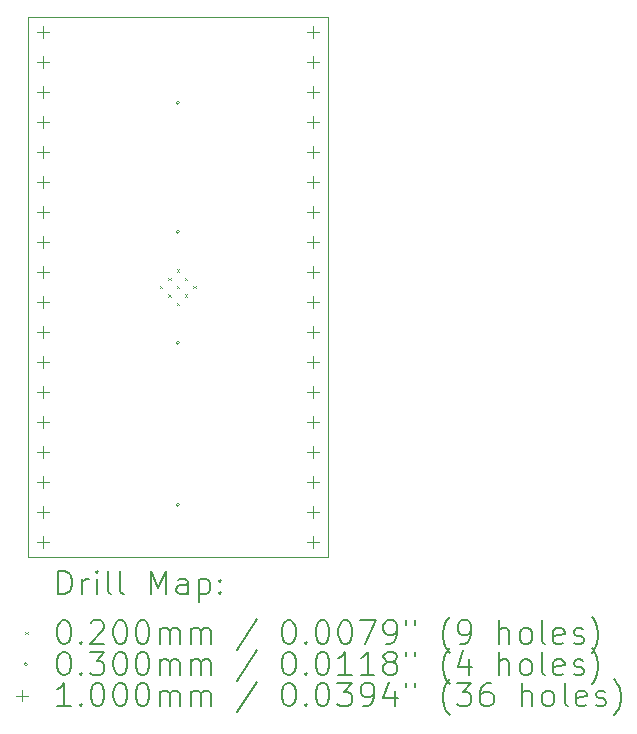
<source format=gbr>
%TF.GenerationSoftware,KiCad,Pcbnew,9.0.6*%
%TF.CreationDate,2026-01-02T20:46:09-06:00*%
%TF.ProjectId,QFN-32_5x5_P0.5,51464e2d-3332-45f3-9578-355f50302e35,rev?*%
%TF.SameCoordinates,Original*%
%TF.FileFunction,Drillmap*%
%TF.FilePolarity,Positive*%
%FSLAX45Y45*%
G04 Gerber Fmt 4.5, Leading zero omitted, Abs format (unit mm)*
G04 Created by KiCad (PCBNEW 9.0.6) date 2026-01-02 20:46:09*
%MOMM*%
%LPD*%
G01*
G04 APERTURE LIST*
%ADD10C,0.050000*%
%ADD11C,0.200000*%
%ADD12C,0.100000*%
G04 APERTURE END LIST*
D10*
X12573000Y-9779000D02*
X15113000Y-9779000D01*
X15113000Y-14351000D01*
X12573000Y-14351000D01*
X12573000Y-9779000D01*
D11*
D12*
X13691579Y-12055000D02*
X13711579Y-12075000D01*
X13711579Y-12055000D02*
X13691579Y-12075000D01*
X13762289Y-11984289D02*
X13782289Y-12004289D01*
X13782289Y-11984289D02*
X13762289Y-12004289D01*
X13762289Y-12125711D02*
X13782289Y-12145711D01*
X13782289Y-12125711D02*
X13762289Y-12145711D01*
X13833000Y-11913579D02*
X13853000Y-11933579D01*
X13853000Y-11913579D02*
X13833000Y-11933579D01*
X13833000Y-12055000D02*
X13853000Y-12075000D01*
X13853000Y-12055000D02*
X13833000Y-12075000D01*
X13833000Y-12196421D02*
X13853000Y-12216421D01*
X13853000Y-12196421D02*
X13833000Y-12216421D01*
X13903711Y-11984289D02*
X13923711Y-12004289D01*
X13923711Y-11984289D02*
X13903711Y-12004289D01*
X13903711Y-12125711D02*
X13923711Y-12145711D01*
X13923711Y-12125711D02*
X13903711Y-12145711D01*
X13974421Y-12055000D02*
X13994421Y-12075000D01*
X13994421Y-12055000D02*
X13974421Y-12075000D01*
X13858000Y-10502900D02*
G75*
G02*
X13828000Y-10502900I-15000J0D01*
G01*
X13828000Y-10502900D02*
G75*
G02*
X13858000Y-10502900I15000J0D01*
G01*
X13858000Y-11595100D02*
G75*
G02*
X13828000Y-11595100I-15000J0D01*
G01*
X13828000Y-11595100D02*
G75*
G02*
X13858000Y-11595100I15000J0D01*
G01*
X13858000Y-12534900D02*
G75*
G02*
X13828000Y-12534900I-15000J0D01*
G01*
X13828000Y-12534900D02*
G75*
G02*
X13858000Y-12534900I15000J0D01*
G01*
X13858000Y-13906500D02*
G75*
G02*
X13828000Y-13906500I-15000J0D01*
G01*
X13828000Y-13906500D02*
G75*
G02*
X13858000Y-13906500I15000J0D01*
G01*
X12700000Y-9856164D02*
X12700000Y-9956164D01*
X12650000Y-9906164D02*
X12750000Y-9906164D01*
X12700000Y-10110164D02*
X12700000Y-10210164D01*
X12650000Y-10160164D02*
X12750000Y-10160164D01*
X12700000Y-10364164D02*
X12700000Y-10464164D01*
X12650000Y-10414164D02*
X12750000Y-10414164D01*
X12700000Y-10618164D02*
X12700000Y-10718164D01*
X12650000Y-10668164D02*
X12750000Y-10668164D01*
X12700000Y-10872164D02*
X12700000Y-10972164D01*
X12650000Y-10922164D02*
X12750000Y-10922164D01*
X12700000Y-11126164D02*
X12700000Y-11226164D01*
X12650000Y-11176164D02*
X12750000Y-11176164D01*
X12700000Y-11380164D02*
X12700000Y-11480164D01*
X12650000Y-11430164D02*
X12750000Y-11430164D01*
X12700000Y-11634164D02*
X12700000Y-11734164D01*
X12650000Y-11684164D02*
X12750000Y-11684164D01*
X12700000Y-11888164D02*
X12700000Y-11988164D01*
X12650000Y-11938164D02*
X12750000Y-11938164D01*
X12700000Y-12142164D02*
X12700000Y-12242164D01*
X12650000Y-12192164D02*
X12750000Y-12192164D01*
X12700000Y-12396164D02*
X12700000Y-12496164D01*
X12650000Y-12446164D02*
X12750000Y-12446164D01*
X12700000Y-12650164D02*
X12700000Y-12750164D01*
X12650000Y-12700164D02*
X12750000Y-12700164D01*
X12700000Y-12904164D02*
X12700000Y-13004164D01*
X12650000Y-12954164D02*
X12750000Y-12954164D01*
X12700000Y-13158164D02*
X12700000Y-13258164D01*
X12650000Y-13208164D02*
X12750000Y-13208164D01*
X12700000Y-13412164D02*
X12700000Y-13512164D01*
X12650000Y-13462164D02*
X12750000Y-13462164D01*
X12700000Y-13666164D02*
X12700000Y-13766164D01*
X12650000Y-13716164D02*
X12750000Y-13716164D01*
X12700000Y-13920164D02*
X12700000Y-14020164D01*
X12650000Y-13970164D02*
X12750000Y-13970164D01*
X12700000Y-14174164D02*
X12700000Y-14274164D01*
X12650000Y-14224164D02*
X12750000Y-14224164D01*
X14986000Y-9856164D02*
X14986000Y-9956164D01*
X14936000Y-9906164D02*
X15036000Y-9906164D01*
X14986000Y-10110164D02*
X14986000Y-10210164D01*
X14936000Y-10160164D02*
X15036000Y-10160164D01*
X14986000Y-10364164D02*
X14986000Y-10464164D01*
X14936000Y-10414164D02*
X15036000Y-10414164D01*
X14986000Y-10618164D02*
X14986000Y-10718164D01*
X14936000Y-10668164D02*
X15036000Y-10668164D01*
X14986000Y-10872164D02*
X14986000Y-10972164D01*
X14936000Y-10922164D02*
X15036000Y-10922164D01*
X14986000Y-11126164D02*
X14986000Y-11226164D01*
X14936000Y-11176164D02*
X15036000Y-11176164D01*
X14986000Y-11380164D02*
X14986000Y-11480164D01*
X14936000Y-11430164D02*
X15036000Y-11430164D01*
X14986000Y-11634164D02*
X14986000Y-11734164D01*
X14936000Y-11684164D02*
X15036000Y-11684164D01*
X14986000Y-11888164D02*
X14986000Y-11988164D01*
X14936000Y-11938164D02*
X15036000Y-11938164D01*
X14986000Y-12142164D02*
X14986000Y-12242164D01*
X14936000Y-12192164D02*
X15036000Y-12192164D01*
X14986000Y-12396164D02*
X14986000Y-12496164D01*
X14936000Y-12446164D02*
X15036000Y-12446164D01*
X14986000Y-12650164D02*
X14986000Y-12750164D01*
X14936000Y-12700164D02*
X15036000Y-12700164D01*
X14986000Y-12904164D02*
X14986000Y-13004164D01*
X14936000Y-12954164D02*
X15036000Y-12954164D01*
X14986000Y-13158164D02*
X14986000Y-13258164D01*
X14936000Y-13208164D02*
X15036000Y-13208164D01*
X14986000Y-13412164D02*
X14986000Y-13512164D01*
X14936000Y-13462164D02*
X15036000Y-13462164D01*
X14986000Y-13666164D02*
X14986000Y-13766164D01*
X14936000Y-13716164D02*
X15036000Y-13716164D01*
X14986000Y-13920164D02*
X14986000Y-14020164D01*
X14936000Y-13970164D02*
X15036000Y-13970164D01*
X14986000Y-14174164D02*
X14986000Y-14274164D01*
X14936000Y-14224164D02*
X15036000Y-14224164D01*
D11*
X12831277Y-14664984D02*
X12831277Y-14464984D01*
X12831277Y-14464984D02*
X12878896Y-14464984D01*
X12878896Y-14464984D02*
X12907467Y-14474508D01*
X12907467Y-14474508D02*
X12926515Y-14493555D01*
X12926515Y-14493555D02*
X12936039Y-14512603D01*
X12936039Y-14512603D02*
X12945562Y-14550698D01*
X12945562Y-14550698D02*
X12945562Y-14579269D01*
X12945562Y-14579269D02*
X12936039Y-14617365D01*
X12936039Y-14617365D02*
X12926515Y-14636412D01*
X12926515Y-14636412D02*
X12907467Y-14655460D01*
X12907467Y-14655460D02*
X12878896Y-14664984D01*
X12878896Y-14664984D02*
X12831277Y-14664984D01*
X13031277Y-14664984D02*
X13031277Y-14531650D01*
X13031277Y-14569746D02*
X13040801Y-14550698D01*
X13040801Y-14550698D02*
X13050324Y-14541174D01*
X13050324Y-14541174D02*
X13069372Y-14531650D01*
X13069372Y-14531650D02*
X13088420Y-14531650D01*
X13155086Y-14664984D02*
X13155086Y-14531650D01*
X13155086Y-14464984D02*
X13145562Y-14474508D01*
X13145562Y-14474508D02*
X13155086Y-14484031D01*
X13155086Y-14484031D02*
X13164610Y-14474508D01*
X13164610Y-14474508D02*
X13155086Y-14464984D01*
X13155086Y-14464984D02*
X13155086Y-14484031D01*
X13278896Y-14664984D02*
X13259848Y-14655460D01*
X13259848Y-14655460D02*
X13250324Y-14636412D01*
X13250324Y-14636412D02*
X13250324Y-14464984D01*
X13383658Y-14664984D02*
X13364610Y-14655460D01*
X13364610Y-14655460D02*
X13355086Y-14636412D01*
X13355086Y-14636412D02*
X13355086Y-14464984D01*
X13612229Y-14664984D02*
X13612229Y-14464984D01*
X13612229Y-14464984D02*
X13678896Y-14607841D01*
X13678896Y-14607841D02*
X13745562Y-14464984D01*
X13745562Y-14464984D02*
X13745562Y-14664984D01*
X13926515Y-14664984D02*
X13926515Y-14560222D01*
X13926515Y-14560222D02*
X13916991Y-14541174D01*
X13916991Y-14541174D02*
X13897943Y-14531650D01*
X13897943Y-14531650D02*
X13859848Y-14531650D01*
X13859848Y-14531650D02*
X13840801Y-14541174D01*
X13926515Y-14655460D02*
X13907467Y-14664984D01*
X13907467Y-14664984D02*
X13859848Y-14664984D01*
X13859848Y-14664984D02*
X13840801Y-14655460D01*
X13840801Y-14655460D02*
X13831277Y-14636412D01*
X13831277Y-14636412D02*
X13831277Y-14617365D01*
X13831277Y-14617365D02*
X13840801Y-14598317D01*
X13840801Y-14598317D02*
X13859848Y-14588793D01*
X13859848Y-14588793D02*
X13907467Y-14588793D01*
X13907467Y-14588793D02*
X13926515Y-14579269D01*
X14021753Y-14531650D02*
X14021753Y-14731650D01*
X14021753Y-14541174D02*
X14040801Y-14531650D01*
X14040801Y-14531650D02*
X14078896Y-14531650D01*
X14078896Y-14531650D02*
X14097943Y-14541174D01*
X14097943Y-14541174D02*
X14107467Y-14550698D01*
X14107467Y-14550698D02*
X14116991Y-14569746D01*
X14116991Y-14569746D02*
X14116991Y-14626888D01*
X14116991Y-14626888D02*
X14107467Y-14645936D01*
X14107467Y-14645936D02*
X14097943Y-14655460D01*
X14097943Y-14655460D02*
X14078896Y-14664984D01*
X14078896Y-14664984D02*
X14040801Y-14664984D01*
X14040801Y-14664984D02*
X14021753Y-14655460D01*
X14202705Y-14645936D02*
X14212229Y-14655460D01*
X14212229Y-14655460D02*
X14202705Y-14664984D01*
X14202705Y-14664984D02*
X14193182Y-14655460D01*
X14193182Y-14655460D02*
X14202705Y-14645936D01*
X14202705Y-14645936D02*
X14202705Y-14664984D01*
X14202705Y-14541174D02*
X14212229Y-14550698D01*
X14212229Y-14550698D02*
X14202705Y-14560222D01*
X14202705Y-14560222D02*
X14193182Y-14550698D01*
X14193182Y-14550698D02*
X14202705Y-14541174D01*
X14202705Y-14541174D02*
X14202705Y-14560222D01*
D12*
X12550500Y-14983500D02*
X12570500Y-15003500D01*
X12570500Y-14983500D02*
X12550500Y-15003500D01*
D11*
X12869372Y-14884984D02*
X12888420Y-14884984D01*
X12888420Y-14884984D02*
X12907467Y-14894508D01*
X12907467Y-14894508D02*
X12916991Y-14904031D01*
X12916991Y-14904031D02*
X12926515Y-14923079D01*
X12926515Y-14923079D02*
X12936039Y-14961174D01*
X12936039Y-14961174D02*
X12936039Y-15008793D01*
X12936039Y-15008793D02*
X12926515Y-15046888D01*
X12926515Y-15046888D02*
X12916991Y-15065936D01*
X12916991Y-15065936D02*
X12907467Y-15075460D01*
X12907467Y-15075460D02*
X12888420Y-15084984D01*
X12888420Y-15084984D02*
X12869372Y-15084984D01*
X12869372Y-15084984D02*
X12850324Y-15075460D01*
X12850324Y-15075460D02*
X12840801Y-15065936D01*
X12840801Y-15065936D02*
X12831277Y-15046888D01*
X12831277Y-15046888D02*
X12821753Y-15008793D01*
X12821753Y-15008793D02*
X12821753Y-14961174D01*
X12821753Y-14961174D02*
X12831277Y-14923079D01*
X12831277Y-14923079D02*
X12840801Y-14904031D01*
X12840801Y-14904031D02*
X12850324Y-14894508D01*
X12850324Y-14894508D02*
X12869372Y-14884984D01*
X13021753Y-15065936D02*
X13031277Y-15075460D01*
X13031277Y-15075460D02*
X13021753Y-15084984D01*
X13021753Y-15084984D02*
X13012229Y-15075460D01*
X13012229Y-15075460D02*
X13021753Y-15065936D01*
X13021753Y-15065936D02*
X13021753Y-15084984D01*
X13107467Y-14904031D02*
X13116991Y-14894508D01*
X13116991Y-14894508D02*
X13136039Y-14884984D01*
X13136039Y-14884984D02*
X13183658Y-14884984D01*
X13183658Y-14884984D02*
X13202705Y-14894508D01*
X13202705Y-14894508D02*
X13212229Y-14904031D01*
X13212229Y-14904031D02*
X13221753Y-14923079D01*
X13221753Y-14923079D02*
X13221753Y-14942127D01*
X13221753Y-14942127D02*
X13212229Y-14970698D01*
X13212229Y-14970698D02*
X13097943Y-15084984D01*
X13097943Y-15084984D02*
X13221753Y-15084984D01*
X13345562Y-14884984D02*
X13364610Y-14884984D01*
X13364610Y-14884984D02*
X13383658Y-14894508D01*
X13383658Y-14894508D02*
X13393182Y-14904031D01*
X13393182Y-14904031D02*
X13402705Y-14923079D01*
X13402705Y-14923079D02*
X13412229Y-14961174D01*
X13412229Y-14961174D02*
X13412229Y-15008793D01*
X13412229Y-15008793D02*
X13402705Y-15046888D01*
X13402705Y-15046888D02*
X13393182Y-15065936D01*
X13393182Y-15065936D02*
X13383658Y-15075460D01*
X13383658Y-15075460D02*
X13364610Y-15084984D01*
X13364610Y-15084984D02*
X13345562Y-15084984D01*
X13345562Y-15084984D02*
X13326515Y-15075460D01*
X13326515Y-15075460D02*
X13316991Y-15065936D01*
X13316991Y-15065936D02*
X13307467Y-15046888D01*
X13307467Y-15046888D02*
X13297943Y-15008793D01*
X13297943Y-15008793D02*
X13297943Y-14961174D01*
X13297943Y-14961174D02*
X13307467Y-14923079D01*
X13307467Y-14923079D02*
X13316991Y-14904031D01*
X13316991Y-14904031D02*
X13326515Y-14894508D01*
X13326515Y-14894508D02*
X13345562Y-14884984D01*
X13536039Y-14884984D02*
X13555086Y-14884984D01*
X13555086Y-14884984D02*
X13574134Y-14894508D01*
X13574134Y-14894508D02*
X13583658Y-14904031D01*
X13583658Y-14904031D02*
X13593182Y-14923079D01*
X13593182Y-14923079D02*
X13602705Y-14961174D01*
X13602705Y-14961174D02*
X13602705Y-15008793D01*
X13602705Y-15008793D02*
X13593182Y-15046888D01*
X13593182Y-15046888D02*
X13583658Y-15065936D01*
X13583658Y-15065936D02*
X13574134Y-15075460D01*
X13574134Y-15075460D02*
X13555086Y-15084984D01*
X13555086Y-15084984D02*
X13536039Y-15084984D01*
X13536039Y-15084984D02*
X13516991Y-15075460D01*
X13516991Y-15075460D02*
X13507467Y-15065936D01*
X13507467Y-15065936D02*
X13497943Y-15046888D01*
X13497943Y-15046888D02*
X13488420Y-15008793D01*
X13488420Y-15008793D02*
X13488420Y-14961174D01*
X13488420Y-14961174D02*
X13497943Y-14923079D01*
X13497943Y-14923079D02*
X13507467Y-14904031D01*
X13507467Y-14904031D02*
X13516991Y-14894508D01*
X13516991Y-14894508D02*
X13536039Y-14884984D01*
X13688420Y-15084984D02*
X13688420Y-14951650D01*
X13688420Y-14970698D02*
X13697943Y-14961174D01*
X13697943Y-14961174D02*
X13716991Y-14951650D01*
X13716991Y-14951650D02*
X13745563Y-14951650D01*
X13745563Y-14951650D02*
X13764610Y-14961174D01*
X13764610Y-14961174D02*
X13774134Y-14980222D01*
X13774134Y-14980222D02*
X13774134Y-15084984D01*
X13774134Y-14980222D02*
X13783658Y-14961174D01*
X13783658Y-14961174D02*
X13802705Y-14951650D01*
X13802705Y-14951650D02*
X13831277Y-14951650D01*
X13831277Y-14951650D02*
X13850324Y-14961174D01*
X13850324Y-14961174D02*
X13859848Y-14980222D01*
X13859848Y-14980222D02*
X13859848Y-15084984D01*
X13955086Y-15084984D02*
X13955086Y-14951650D01*
X13955086Y-14970698D02*
X13964610Y-14961174D01*
X13964610Y-14961174D02*
X13983658Y-14951650D01*
X13983658Y-14951650D02*
X14012229Y-14951650D01*
X14012229Y-14951650D02*
X14031277Y-14961174D01*
X14031277Y-14961174D02*
X14040801Y-14980222D01*
X14040801Y-14980222D02*
X14040801Y-15084984D01*
X14040801Y-14980222D02*
X14050324Y-14961174D01*
X14050324Y-14961174D02*
X14069372Y-14951650D01*
X14069372Y-14951650D02*
X14097943Y-14951650D01*
X14097943Y-14951650D02*
X14116991Y-14961174D01*
X14116991Y-14961174D02*
X14126515Y-14980222D01*
X14126515Y-14980222D02*
X14126515Y-15084984D01*
X14516991Y-14875460D02*
X14345563Y-15132603D01*
X14774134Y-14884984D02*
X14793182Y-14884984D01*
X14793182Y-14884984D02*
X14812229Y-14894508D01*
X14812229Y-14894508D02*
X14821753Y-14904031D01*
X14821753Y-14904031D02*
X14831277Y-14923079D01*
X14831277Y-14923079D02*
X14840801Y-14961174D01*
X14840801Y-14961174D02*
X14840801Y-15008793D01*
X14840801Y-15008793D02*
X14831277Y-15046888D01*
X14831277Y-15046888D02*
X14821753Y-15065936D01*
X14821753Y-15065936D02*
X14812229Y-15075460D01*
X14812229Y-15075460D02*
X14793182Y-15084984D01*
X14793182Y-15084984D02*
X14774134Y-15084984D01*
X14774134Y-15084984D02*
X14755086Y-15075460D01*
X14755086Y-15075460D02*
X14745563Y-15065936D01*
X14745563Y-15065936D02*
X14736039Y-15046888D01*
X14736039Y-15046888D02*
X14726515Y-15008793D01*
X14726515Y-15008793D02*
X14726515Y-14961174D01*
X14726515Y-14961174D02*
X14736039Y-14923079D01*
X14736039Y-14923079D02*
X14745563Y-14904031D01*
X14745563Y-14904031D02*
X14755086Y-14894508D01*
X14755086Y-14894508D02*
X14774134Y-14884984D01*
X14926515Y-15065936D02*
X14936039Y-15075460D01*
X14936039Y-15075460D02*
X14926515Y-15084984D01*
X14926515Y-15084984D02*
X14916991Y-15075460D01*
X14916991Y-15075460D02*
X14926515Y-15065936D01*
X14926515Y-15065936D02*
X14926515Y-15084984D01*
X15059848Y-14884984D02*
X15078896Y-14884984D01*
X15078896Y-14884984D02*
X15097944Y-14894508D01*
X15097944Y-14894508D02*
X15107467Y-14904031D01*
X15107467Y-14904031D02*
X15116991Y-14923079D01*
X15116991Y-14923079D02*
X15126515Y-14961174D01*
X15126515Y-14961174D02*
X15126515Y-15008793D01*
X15126515Y-15008793D02*
X15116991Y-15046888D01*
X15116991Y-15046888D02*
X15107467Y-15065936D01*
X15107467Y-15065936D02*
X15097944Y-15075460D01*
X15097944Y-15075460D02*
X15078896Y-15084984D01*
X15078896Y-15084984D02*
X15059848Y-15084984D01*
X15059848Y-15084984D02*
X15040801Y-15075460D01*
X15040801Y-15075460D02*
X15031277Y-15065936D01*
X15031277Y-15065936D02*
X15021753Y-15046888D01*
X15021753Y-15046888D02*
X15012229Y-15008793D01*
X15012229Y-15008793D02*
X15012229Y-14961174D01*
X15012229Y-14961174D02*
X15021753Y-14923079D01*
X15021753Y-14923079D02*
X15031277Y-14904031D01*
X15031277Y-14904031D02*
X15040801Y-14894508D01*
X15040801Y-14894508D02*
X15059848Y-14884984D01*
X15250325Y-14884984D02*
X15269372Y-14884984D01*
X15269372Y-14884984D02*
X15288420Y-14894508D01*
X15288420Y-14894508D02*
X15297944Y-14904031D01*
X15297944Y-14904031D02*
X15307467Y-14923079D01*
X15307467Y-14923079D02*
X15316991Y-14961174D01*
X15316991Y-14961174D02*
X15316991Y-15008793D01*
X15316991Y-15008793D02*
X15307467Y-15046888D01*
X15307467Y-15046888D02*
X15297944Y-15065936D01*
X15297944Y-15065936D02*
X15288420Y-15075460D01*
X15288420Y-15075460D02*
X15269372Y-15084984D01*
X15269372Y-15084984D02*
X15250325Y-15084984D01*
X15250325Y-15084984D02*
X15231277Y-15075460D01*
X15231277Y-15075460D02*
X15221753Y-15065936D01*
X15221753Y-15065936D02*
X15212229Y-15046888D01*
X15212229Y-15046888D02*
X15202706Y-15008793D01*
X15202706Y-15008793D02*
X15202706Y-14961174D01*
X15202706Y-14961174D02*
X15212229Y-14923079D01*
X15212229Y-14923079D02*
X15221753Y-14904031D01*
X15221753Y-14904031D02*
X15231277Y-14894508D01*
X15231277Y-14894508D02*
X15250325Y-14884984D01*
X15383658Y-14884984D02*
X15516991Y-14884984D01*
X15516991Y-14884984D02*
X15431277Y-15084984D01*
X15602706Y-15084984D02*
X15640801Y-15084984D01*
X15640801Y-15084984D02*
X15659848Y-15075460D01*
X15659848Y-15075460D02*
X15669372Y-15065936D01*
X15669372Y-15065936D02*
X15688420Y-15037365D01*
X15688420Y-15037365D02*
X15697944Y-14999269D01*
X15697944Y-14999269D02*
X15697944Y-14923079D01*
X15697944Y-14923079D02*
X15688420Y-14904031D01*
X15688420Y-14904031D02*
X15678896Y-14894508D01*
X15678896Y-14894508D02*
X15659848Y-14884984D01*
X15659848Y-14884984D02*
X15621753Y-14884984D01*
X15621753Y-14884984D02*
X15602706Y-14894508D01*
X15602706Y-14894508D02*
X15593182Y-14904031D01*
X15593182Y-14904031D02*
X15583658Y-14923079D01*
X15583658Y-14923079D02*
X15583658Y-14970698D01*
X15583658Y-14970698D02*
X15593182Y-14989746D01*
X15593182Y-14989746D02*
X15602706Y-14999269D01*
X15602706Y-14999269D02*
X15621753Y-15008793D01*
X15621753Y-15008793D02*
X15659848Y-15008793D01*
X15659848Y-15008793D02*
X15678896Y-14999269D01*
X15678896Y-14999269D02*
X15688420Y-14989746D01*
X15688420Y-14989746D02*
X15697944Y-14970698D01*
X15774134Y-14884984D02*
X15774134Y-14923079D01*
X15850325Y-14884984D02*
X15850325Y-14923079D01*
X16145563Y-15161174D02*
X16136039Y-15151650D01*
X16136039Y-15151650D02*
X16116991Y-15123079D01*
X16116991Y-15123079D02*
X16107468Y-15104031D01*
X16107468Y-15104031D02*
X16097944Y-15075460D01*
X16097944Y-15075460D02*
X16088420Y-15027841D01*
X16088420Y-15027841D02*
X16088420Y-14989746D01*
X16088420Y-14989746D02*
X16097944Y-14942127D01*
X16097944Y-14942127D02*
X16107468Y-14913555D01*
X16107468Y-14913555D02*
X16116991Y-14894508D01*
X16116991Y-14894508D02*
X16136039Y-14865936D01*
X16136039Y-14865936D02*
X16145563Y-14856412D01*
X16231277Y-15084984D02*
X16269372Y-15084984D01*
X16269372Y-15084984D02*
X16288420Y-15075460D01*
X16288420Y-15075460D02*
X16297944Y-15065936D01*
X16297944Y-15065936D02*
X16316991Y-15037365D01*
X16316991Y-15037365D02*
X16326515Y-14999269D01*
X16326515Y-14999269D02*
X16326515Y-14923079D01*
X16326515Y-14923079D02*
X16316991Y-14904031D01*
X16316991Y-14904031D02*
X16307468Y-14894508D01*
X16307468Y-14894508D02*
X16288420Y-14884984D01*
X16288420Y-14884984D02*
X16250325Y-14884984D01*
X16250325Y-14884984D02*
X16231277Y-14894508D01*
X16231277Y-14894508D02*
X16221753Y-14904031D01*
X16221753Y-14904031D02*
X16212229Y-14923079D01*
X16212229Y-14923079D02*
X16212229Y-14970698D01*
X16212229Y-14970698D02*
X16221753Y-14989746D01*
X16221753Y-14989746D02*
X16231277Y-14999269D01*
X16231277Y-14999269D02*
X16250325Y-15008793D01*
X16250325Y-15008793D02*
X16288420Y-15008793D01*
X16288420Y-15008793D02*
X16307468Y-14999269D01*
X16307468Y-14999269D02*
X16316991Y-14989746D01*
X16316991Y-14989746D02*
X16326515Y-14970698D01*
X16564610Y-15084984D02*
X16564610Y-14884984D01*
X16650325Y-15084984D02*
X16650325Y-14980222D01*
X16650325Y-14980222D02*
X16640801Y-14961174D01*
X16640801Y-14961174D02*
X16621753Y-14951650D01*
X16621753Y-14951650D02*
X16593182Y-14951650D01*
X16593182Y-14951650D02*
X16574134Y-14961174D01*
X16574134Y-14961174D02*
X16564610Y-14970698D01*
X16774134Y-15084984D02*
X16755087Y-15075460D01*
X16755087Y-15075460D02*
X16745563Y-15065936D01*
X16745563Y-15065936D02*
X16736039Y-15046888D01*
X16736039Y-15046888D02*
X16736039Y-14989746D01*
X16736039Y-14989746D02*
X16745563Y-14970698D01*
X16745563Y-14970698D02*
X16755087Y-14961174D01*
X16755087Y-14961174D02*
X16774134Y-14951650D01*
X16774134Y-14951650D02*
X16802706Y-14951650D01*
X16802706Y-14951650D02*
X16821753Y-14961174D01*
X16821753Y-14961174D02*
X16831277Y-14970698D01*
X16831277Y-14970698D02*
X16840801Y-14989746D01*
X16840801Y-14989746D02*
X16840801Y-15046888D01*
X16840801Y-15046888D02*
X16831277Y-15065936D01*
X16831277Y-15065936D02*
X16821753Y-15075460D01*
X16821753Y-15075460D02*
X16802706Y-15084984D01*
X16802706Y-15084984D02*
X16774134Y-15084984D01*
X16955087Y-15084984D02*
X16936039Y-15075460D01*
X16936039Y-15075460D02*
X16926515Y-15056412D01*
X16926515Y-15056412D02*
X16926515Y-14884984D01*
X17107468Y-15075460D02*
X17088420Y-15084984D01*
X17088420Y-15084984D02*
X17050325Y-15084984D01*
X17050325Y-15084984D02*
X17031277Y-15075460D01*
X17031277Y-15075460D02*
X17021753Y-15056412D01*
X17021753Y-15056412D02*
X17021753Y-14980222D01*
X17021753Y-14980222D02*
X17031277Y-14961174D01*
X17031277Y-14961174D02*
X17050325Y-14951650D01*
X17050325Y-14951650D02*
X17088420Y-14951650D01*
X17088420Y-14951650D02*
X17107468Y-14961174D01*
X17107468Y-14961174D02*
X17116992Y-14980222D01*
X17116992Y-14980222D02*
X17116992Y-14999269D01*
X17116992Y-14999269D02*
X17021753Y-15018317D01*
X17193182Y-15075460D02*
X17212230Y-15084984D01*
X17212230Y-15084984D02*
X17250325Y-15084984D01*
X17250325Y-15084984D02*
X17269373Y-15075460D01*
X17269373Y-15075460D02*
X17278896Y-15056412D01*
X17278896Y-15056412D02*
X17278896Y-15046888D01*
X17278896Y-15046888D02*
X17269373Y-15027841D01*
X17269373Y-15027841D02*
X17250325Y-15018317D01*
X17250325Y-15018317D02*
X17221753Y-15018317D01*
X17221753Y-15018317D02*
X17202706Y-15008793D01*
X17202706Y-15008793D02*
X17193182Y-14989746D01*
X17193182Y-14989746D02*
X17193182Y-14980222D01*
X17193182Y-14980222D02*
X17202706Y-14961174D01*
X17202706Y-14961174D02*
X17221753Y-14951650D01*
X17221753Y-14951650D02*
X17250325Y-14951650D01*
X17250325Y-14951650D02*
X17269373Y-14961174D01*
X17345563Y-15161174D02*
X17355087Y-15151650D01*
X17355087Y-15151650D02*
X17374134Y-15123079D01*
X17374134Y-15123079D02*
X17383658Y-15104031D01*
X17383658Y-15104031D02*
X17393182Y-15075460D01*
X17393182Y-15075460D02*
X17402706Y-15027841D01*
X17402706Y-15027841D02*
X17402706Y-14989746D01*
X17402706Y-14989746D02*
X17393182Y-14942127D01*
X17393182Y-14942127D02*
X17383658Y-14913555D01*
X17383658Y-14913555D02*
X17374134Y-14894508D01*
X17374134Y-14894508D02*
X17355087Y-14865936D01*
X17355087Y-14865936D02*
X17345563Y-14856412D01*
D12*
X12570500Y-15257500D02*
G75*
G02*
X12540500Y-15257500I-15000J0D01*
G01*
X12540500Y-15257500D02*
G75*
G02*
X12570500Y-15257500I15000J0D01*
G01*
D11*
X12869372Y-15148984D02*
X12888420Y-15148984D01*
X12888420Y-15148984D02*
X12907467Y-15158508D01*
X12907467Y-15158508D02*
X12916991Y-15168031D01*
X12916991Y-15168031D02*
X12926515Y-15187079D01*
X12926515Y-15187079D02*
X12936039Y-15225174D01*
X12936039Y-15225174D02*
X12936039Y-15272793D01*
X12936039Y-15272793D02*
X12926515Y-15310888D01*
X12926515Y-15310888D02*
X12916991Y-15329936D01*
X12916991Y-15329936D02*
X12907467Y-15339460D01*
X12907467Y-15339460D02*
X12888420Y-15348984D01*
X12888420Y-15348984D02*
X12869372Y-15348984D01*
X12869372Y-15348984D02*
X12850324Y-15339460D01*
X12850324Y-15339460D02*
X12840801Y-15329936D01*
X12840801Y-15329936D02*
X12831277Y-15310888D01*
X12831277Y-15310888D02*
X12821753Y-15272793D01*
X12821753Y-15272793D02*
X12821753Y-15225174D01*
X12821753Y-15225174D02*
X12831277Y-15187079D01*
X12831277Y-15187079D02*
X12840801Y-15168031D01*
X12840801Y-15168031D02*
X12850324Y-15158508D01*
X12850324Y-15158508D02*
X12869372Y-15148984D01*
X13021753Y-15329936D02*
X13031277Y-15339460D01*
X13031277Y-15339460D02*
X13021753Y-15348984D01*
X13021753Y-15348984D02*
X13012229Y-15339460D01*
X13012229Y-15339460D02*
X13021753Y-15329936D01*
X13021753Y-15329936D02*
X13021753Y-15348984D01*
X13097943Y-15148984D02*
X13221753Y-15148984D01*
X13221753Y-15148984D02*
X13155086Y-15225174D01*
X13155086Y-15225174D02*
X13183658Y-15225174D01*
X13183658Y-15225174D02*
X13202705Y-15234698D01*
X13202705Y-15234698D02*
X13212229Y-15244222D01*
X13212229Y-15244222D02*
X13221753Y-15263269D01*
X13221753Y-15263269D02*
X13221753Y-15310888D01*
X13221753Y-15310888D02*
X13212229Y-15329936D01*
X13212229Y-15329936D02*
X13202705Y-15339460D01*
X13202705Y-15339460D02*
X13183658Y-15348984D01*
X13183658Y-15348984D02*
X13126515Y-15348984D01*
X13126515Y-15348984D02*
X13107467Y-15339460D01*
X13107467Y-15339460D02*
X13097943Y-15329936D01*
X13345562Y-15148984D02*
X13364610Y-15148984D01*
X13364610Y-15148984D02*
X13383658Y-15158508D01*
X13383658Y-15158508D02*
X13393182Y-15168031D01*
X13393182Y-15168031D02*
X13402705Y-15187079D01*
X13402705Y-15187079D02*
X13412229Y-15225174D01*
X13412229Y-15225174D02*
X13412229Y-15272793D01*
X13412229Y-15272793D02*
X13402705Y-15310888D01*
X13402705Y-15310888D02*
X13393182Y-15329936D01*
X13393182Y-15329936D02*
X13383658Y-15339460D01*
X13383658Y-15339460D02*
X13364610Y-15348984D01*
X13364610Y-15348984D02*
X13345562Y-15348984D01*
X13345562Y-15348984D02*
X13326515Y-15339460D01*
X13326515Y-15339460D02*
X13316991Y-15329936D01*
X13316991Y-15329936D02*
X13307467Y-15310888D01*
X13307467Y-15310888D02*
X13297943Y-15272793D01*
X13297943Y-15272793D02*
X13297943Y-15225174D01*
X13297943Y-15225174D02*
X13307467Y-15187079D01*
X13307467Y-15187079D02*
X13316991Y-15168031D01*
X13316991Y-15168031D02*
X13326515Y-15158508D01*
X13326515Y-15158508D02*
X13345562Y-15148984D01*
X13536039Y-15148984D02*
X13555086Y-15148984D01*
X13555086Y-15148984D02*
X13574134Y-15158508D01*
X13574134Y-15158508D02*
X13583658Y-15168031D01*
X13583658Y-15168031D02*
X13593182Y-15187079D01*
X13593182Y-15187079D02*
X13602705Y-15225174D01*
X13602705Y-15225174D02*
X13602705Y-15272793D01*
X13602705Y-15272793D02*
X13593182Y-15310888D01*
X13593182Y-15310888D02*
X13583658Y-15329936D01*
X13583658Y-15329936D02*
X13574134Y-15339460D01*
X13574134Y-15339460D02*
X13555086Y-15348984D01*
X13555086Y-15348984D02*
X13536039Y-15348984D01*
X13536039Y-15348984D02*
X13516991Y-15339460D01*
X13516991Y-15339460D02*
X13507467Y-15329936D01*
X13507467Y-15329936D02*
X13497943Y-15310888D01*
X13497943Y-15310888D02*
X13488420Y-15272793D01*
X13488420Y-15272793D02*
X13488420Y-15225174D01*
X13488420Y-15225174D02*
X13497943Y-15187079D01*
X13497943Y-15187079D02*
X13507467Y-15168031D01*
X13507467Y-15168031D02*
X13516991Y-15158508D01*
X13516991Y-15158508D02*
X13536039Y-15148984D01*
X13688420Y-15348984D02*
X13688420Y-15215650D01*
X13688420Y-15234698D02*
X13697943Y-15225174D01*
X13697943Y-15225174D02*
X13716991Y-15215650D01*
X13716991Y-15215650D02*
X13745563Y-15215650D01*
X13745563Y-15215650D02*
X13764610Y-15225174D01*
X13764610Y-15225174D02*
X13774134Y-15244222D01*
X13774134Y-15244222D02*
X13774134Y-15348984D01*
X13774134Y-15244222D02*
X13783658Y-15225174D01*
X13783658Y-15225174D02*
X13802705Y-15215650D01*
X13802705Y-15215650D02*
X13831277Y-15215650D01*
X13831277Y-15215650D02*
X13850324Y-15225174D01*
X13850324Y-15225174D02*
X13859848Y-15244222D01*
X13859848Y-15244222D02*
X13859848Y-15348984D01*
X13955086Y-15348984D02*
X13955086Y-15215650D01*
X13955086Y-15234698D02*
X13964610Y-15225174D01*
X13964610Y-15225174D02*
X13983658Y-15215650D01*
X13983658Y-15215650D02*
X14012229Y-15215650D01*
X14012229Y-15215650D02*
X14031277Y-15225174D01*
X14031277Y-15225174D02*
X14040801Y-15244222D01*
X14040801Y-15244222D02*
X14040801Y-15348984D01*
X14040801Y-15244222D02*
X14050324Y-15225174D01*
X14050324Y-15225174D02*
X14069372Y-15215650D01*
X14069372Y-15215650D02*
X14097943Y-15215650D01*
X14097943Y-15215650D02*
X14116991Y-15225174D01*
X14116991Y-15225174D02*
X14126515Y-15244222D01*
X14126515Y-15244222D02*
X14126515Y-15348984D01*
X14516991Y-15139460D02*
X14345563Y-15396603D01*
X14774134Y-15148984D02*
X14793182Y-15148984D01*
X14793182Y-15148984D02*
X14812229Y-15158508D01*
X14812229Y-15158508D02*
X14821753Y-15168031D01*
X14821753Y-15168031D02*
X14831277Y-15187079D01*
X14831277Y-15187079D02*
X14840801Y-15225174D01*
X14840801Y-15225174D02*
X14840801Y-15272793D01*
X14840801Y-15272793D02*
X14831277Y-15310888D01*
X14831277Y-15310888D02*
X14821753Y-15329936D01*
X14821753Y-15329936D02*
X14812229Y-15339460D01*
X14812229Y-15339460D02*
X14793182Y-15348984D01*
X14793182Y-15348984D02*
X14774134Y-15348984D01*
X14774134Y-15348984D02*
X14755086Y-15339460D01*
X14755086Y-15339460D02*
X14745563Y-15329936D01*
X14745563Y-15329936D02*
X14736039Y-15310888D01*
X14736039Y-15310888D02*
X14726515Y-15272793D01*
X14726515Y-15272793D02*
X14726515Y-15225174D01*
X14726515Y-15225174D02*
X14736039Y-15187079D01*
X14736039Y-15187079D02*
X14745563Y-15168031D01*
X14745563Y-15168031D02*
X14755086Y-15158508D01*
X14755086Y-15158508D02*
X14774134Y-15148984D01*
X14926515Y-15329936D02*
X14936039Y-15339460D01*
X14936039Y-15339460D02*
X14926515Y-15348984D01*
X14926515Y-15348984D02*
X14916991Y-15339460D01*
X14916991Y-15339460D02*
X14926515Y-15329936D01*
X14926515Y-15329936D02*
X14926515Y-15348984D01*
X15059848Y-15148984D02*
X15078896Y-15148984D01*
X15078896Y-15148984D02*
X15097944Y-15158508D01*
X15097944Y-15158508D02*
X15107467Y-15168031D01*
X15107467Y-15168031D02*
X15116991Y-15187079D01*
X15116991Y-15187079D02*
X15126515Y-15225174D01*
X15126515Y-15225174D02*
X15126515Y-15272793D01*
X15126515Y-15272793D02*
X15116991Y-15310888D01*
X15116991Y-15310888D02*
X15107467Y-15329936D01*
X15107467Y-15329936D02*
X15097944Y-15339460D01*
X15097944Y-15339460D02*
X15078896Y-15348984D01*
X15078896Y-15348984D02*
X15059848Y-15348984D01*
X15059848Y-15348984D02*
X15040801Y-15339460D01*
X15040801Y-15339460D02*
X15031277Y-15329936D01*
X15031277Y-15329936D02*
X15021753Y-15310888D01*
X15021753Y-15310888D02*
X15012229Y-15272793D01*
X15012229Y-15272793D02*
X15012229Y-15225174D01*
X15012229Y-15225174D02*
X15021753Y-15187079D01*
X15021753Y-15187079D02*
X15031277Y-15168031D01*
X15031277Y-15168031D02*
X15040801Y-15158508D01*
X15040801Y-15158508D02*
X15059848Y-15148984D01*
X15316991Y-15348984D02*
X15202706Y-15348984D01*
X15259848Y-15348984D02*
X15259848Y-15148984D01*
X15259848Y-15148984D02*
X15240801Y-15177555D01*
X15240801Y-15177555D02*
X15221753Y-15196603D01*
X15221753Y-15196603D02*
X15202706Y-15206127D01*
X15507467Y-15348984D02*
X15393182Y-15348984D01*
X15450325Y-15348984D02*
X15450325Y-15148984D01*
X15450325Y-15148984D02*
X15431277Y-15177555D01*
X15431277Y-15177555D02*
X15412229Y-15196603D01*
X15412229Y-15196603D02*
X15393182Y-15206127D01*
X15621753Y-15234698D02*
X15602706Y-15225174D01*
X15602706Y-15225174D02*
X15593182Y-15215650D01*
X15593182Y-15215650D02*
X15583658Y-15196603D01*
X15583658Y-15196603D02*
X15583658Y-15187079D01*
X15583658Y-15187079D02*
X15593182Y-15168031D01*
X15593182Y-15168031D02*
X15602706Y-15158508D01*
X15602706Y-15158508D02*
X15621753Y-15148984D01*
X15621753Y-15148984D02*
X15659848Y-15148984D01*
X15659848Y-15148984D02*
X15678896Y-15158508D01*
X15678896Y-15158508D02*
X15688420Y-15168031D01*
X15688420Y-15168031D02*
X15697944Y-15187079D01*
X15697944Y-15187079D02*
X15697944Y-15196603D01*
X15697944Y-15196603D02*
X15688420Y-15215650D01*
X15688420Y-15215650D02*
X15678896Y-15225174D01*
X15678896Y-15225174D02*
X15659848Y-15234698D01*
X15659848Y-15234698D02*
X15621753Y-15234698D01*
X15621753Y-15234698D02*
X15602706Y-15244222D01*
X15602706Y-15244222D02*
X15593182Y-15253746D01*
X15593182Y-15253746D02*
X15583658Y-15272793D01*
X15583658Y-15272793D02*
X15583658Y-15310888D01*
X15583658Y-15310888D02*
X15593182Y-15329936D01*
X15593182Y-15329936D02*
X15602706Y-15339460D01*
X15602706Y-15339460D02*
X15621753Y-15348984D01*
X15621753Y-15348984D02*
X15659848Y-15348984D01*
X15659848Y-15348984D02*
X15678896Y-15339460D01*
X15678896Y-15339460D02*
X15688420Y-15329936D01*
X15688420Y-15329936D02*
X15697944Y-15310888D01*
X15697944Y-15310888D02*
X15697944Y-15272793D01*
X15697944Y-15272793D02*
X15688420Y-15253746D01*
X15688420Y-15253746D02*
X15678896Y-15244222D01*
X15678896Y-15244222D02*
X15659848Y-15234698D01*
X15774134Y-15148984D02*
X15774134Y-15187079D01*
X15850325Y-15148984D02*
X15850325Y-15187079D01*
X16145563Y-15425174D02*
X16136039Y-15415650D01*
X16136039Y-15415650D02*
X16116991Y-15387079D01*
X16116991Y-15387079D02*
X16107468Y-15368031D01*
X16107468Y-15368031D02*
X16097944Y-15339460D01*
X16097944Y-15339460D02*
X16088420Y-15291841D01*
X16088420Y-15291841D02*
X16088420Y-15253746D01*
X16088420Y-15253746D02*
X16097944Y-15206127D01*
X16097944Y-15206127D02*
X16107468Y-15177555D01*
X16107468Y-15177555D02*
X16116991Y-15158508D01*
X16116991Y-15158508D02*
X16136039Y-15129936D01*
X16136039Y-15129936D02*
X16145563Y-15120412D01*
X16307468Y-15215650D02*
X16307468Y-15348984D01*
X16259848Y-15139460D02*
X16212229Y-15282317D01*
X16212229Y-15282317D02*
X16336039Y-15282317D01*
X16564610Y-15348984D02*
X16564610Y-15148984D01*
X16650325Y-15348984D02*
X16650325Y-15244222D01*
X16650325Y-15244222D02*
X16640801Y-15225174D01*
X16640801Y-15225174D02*
X16621753Y-15215650D01*
X16621753Y-15215650D02*
X16593182Y-15215650D01*
X16593182Y-15215650D02*
X16574134Y-15225174D01*
X16574134Y-15225174D02*
X16564610Y-15234698D01*
X16774134Y-15348984D02*
X16755087Y-15339460D01*
X16755087Y-15339460D02*
X16745563Y-15329936D01*
X16745563Y-15329936D02*
X16736039Y-15310888D01*
X16736039Y-15310888D02*
X16736039Y-15253746D01*
X16736039Y-15253746D02*
X16745563Y-15234698D01*
X16745563Y-15234698D02*
X16755087Y-15225174D01*
X16755087Y-15225174D02*
X16774134Y-15215650D01*
X16774134Y-15215650D02*
X16802706Y-15215650D01*
X16802706Y-15215650D02*
X16821753Y-15225174D01*
X16821753Y-15225174D02*
X16831277Y-15234698D01*
X16831277Y-15234698D02*
X16840801Y-15253746D01*
X16840801Y-15253746D02*
X16840801Y-15310888D01*
X16840801Y-15310888D02*
X16831277Y-15329936D01*
X16831277Y-15329936D02*
X16821753Y-15339460D01*
X16821753Y-15339460D02*
X16802706Y-15348984D01*
X16802706Y-15348984D02*
X16774134Y-15348984D01*
X16955087Y-15348984D02*
X16936039Y-15339460D01*
X16936039Y-15339460D02*
X16926515Y-15320412D01*
X16926515Y-15320412D02*
X16926515Y-15148984D01*
X17107468Y-15339460D02*
X17088420Y-15348984D01*
X17088420Y-15348984D02*
X17050325Y-15348984D01*
X17050325Y-15348984D02*
X17031277Y-15339460D01*
X17031277Y-15339460D02*
X17021753Y-15320412D01*
X17021753Y-15320412D02*
X17021753Y-15244222D01*
X17021753Y-15244222D02*
X17031277Y-15225174D01*
X17031277Y-15225174D02*
X17050325Y-15215650D01*
X17050325Y-15215650D02*
X17088420Y-15215650D01*
X17088420Y-15215650D02*
X17107468Y-15225174D01*
X17107468Y-15225174D02*
X17116992Y-15244222D01*
X17116992Y-15244222D02*
X17116992Y-15263269D01*
X17116992Y-15263269D02*
X17021753Y-15282317D01*
X17193182Y-15339460D02*
X17212230Y-15348984D01*
X17212230Y-15348984D02*
X17250325Y-15348984D01*
X17250325Y-15348984D02*
X17269373Y-15339460D01*
X17269373Y-15339460D02*
X17278896Y-15320412D01*
X17278896Y-15320412D02*
X17278896Y-15310888D01*
X17278896Y-15310888D02*
X17269373Y-15291841D01*
X17269373Y-15291841D02*
X17250325Y-15282317D01*
X17250325Y-15282317D02*
X17221753Y-15282317D01*
X17221753Y-15282317D02*
X17202706Y-15272793D01*
X17202706Y-15272793D02*
X17193182Y-15253746D01*
X17193182Y-15253746D02*
X17193182Y-15244222D01*
X17193182Y-15244222D02*
X17202706Y-15225174D01*
X17202706Y-15225174D02*
X17221753Y-15215650D01*
X17221753Y-15215650D02*
X17250325Y-15215650D01*
X17250325Y-15215650D02*
X17269373Y-15225174D01*
X17345563Y-15425174D02*
X17355087Y-15415650D01*
X17355087Y-15415650D02*
X17374134Y-15387079D01*
X17374134Y-15387079D02*
X17383658Y-15368031D01*
X17383658Y-15368031D02*
X17393182Y-15339460D01*
X17393182Y-15339460D02*
X17402706Y-15291841D01*
X17402706Y-15291841D02*
X17402706Y-15253746D01*
X17402706Y-15253746D02*
X17393182Y-15206127D01*
X17393182Y-15206127D02*
X17383658Y-15177555D01*
X17383658Y-15177555D02*
X17374134Y-15158508D01*
X17374134Y-15158508D02*
X17355087Y-15129936D01*
X17355087Y-15129936D02*
X17345563Y-15120412D01*
D12*
X12520500Y-15471500D02*
X12520500Y-15571500D01*
X12470500Y-15521500D02*
X12570500Y-15521500D01*
D11*
X12936039Y-15612984D02*
X12821753Y-15612984D01*
X12878896Y-15612984D02*
X12878896Y-15412984D01*
X12878896Y-15412984D02*
X12859848Y-15441555D01*
X12859848Y-15441555D02*
X12840801Y-15460603D01*
X12840801Y-15460603D02*
X12821753Y-15470127D01*
X13021753Y-15593936D02*
X13031277Y-15603460D01*
X13031277Y-15603460D02*
X13021753Y-15612984D01*
X13021753Y-15612984D02*
X13012229Y-15603460D01*
X13012229Y-15603460D02*
X13021753Y-15593936D01*
X13021753Y-15593936D02*
X13021753Y-15612984D01*
X13155086Y-15412984D02*
X13174134Y-15412984D01*
X13174134Y-15412984D02*
X13193182Y-15422508D01*
X13193182Y-15422508D02*
X13202705Y-15432031D01*
X13202705Y-15432031D02*
X13212229Y-15451079D01*
X13212229Y-15451079D02*
X13221753Y-15489174D01*
X13221753Y-15489174D02*
X13221753Y-15536793D01*
X13221753Y-15536793D02*
X13212229Y-15574888D01*
X13212229Y-15574888D02*
X13202705Y-15593936D01*
X13202705Y-15593936D02*
X13193182Y-15603460D01*
X13193182Y-15603460D02*
X13174134Y-15612984D01*
X13174134Y-15612984D02*
X13155086Y-15612984D01*
X13155086Y-15612984D02*
X13136039Y-15603460D01*
X13136039Y-15603460D02*
X13126515Y-15593936D01*
X13126515Y-15593936D02*
X13116991Y-15574888D01*
X13116991Y-15574888D02*
X13107467Y-15536793D01*
X13107467Y-15536793D02*
X13107467Y-15489174D01*
X13107467Y-15489174D02*
X13116991Y-15451079D01*
X13116991Y-15451079D02*
X13126515Y-15432031D01*
X13126515Y-15432031D02*
X13136039Y-15422508D01*
X13136039Y-15422508D02*
X13155086Y-15412984D01*
X13345562Y-15412984D02*
X13364610Y-15412984D01*
X13364610Y-15412984D02*
X13383658Y-15422508D01*
X13383658Y-15422508D02*
X13393182Y-15432031D01*
X13393182Y-15432031D02*
X13402705Y-15451079D01*
X13402705Y-15451079D02*
X13412229Y-15489174D01*
X13412229Y-15489174D02*
X13412229Y-15536793D01*
X13412229Y-15536793D02*
X13402705Y-15574888D01*
X13402705Y-15574888D02*
X13393182Y-15593936D01*
X13393182Y-15593936D02*
X13383658Y-15603460D01*
X13383658Y-15603460D02*
X13364610Y-15612984D01*
X13364610Y-15612984D02*
X13345562Y-15612984D01*
X13345562Y-15612984D02*
X13326515Y-15603460D01*
X13326515Y-15603460D02*
X13316991Y-15593936D01*
X13316991Y-15593936D02*
X13307467Y-15574888D01*
X13307467Y-15574888D02*
X13297943Y-15536793D01*
X13297943Y-15536793D02*
X13297943Y-15489174D01*
X13297943Y-15489174D02*
X13307467Y-15451079D01*
X13307467Y-15451079D02*
X13316991Y-15432031D01*
X13316991Y-15432031D02*
X13326515Y-15422508D01*
X13326515Y-15422508D02*
X13345562Y-15412984D01*
X13536039Y-15412984D02*
X13555086Y-15412984D01*
X13555086Y-15412984D02*
X13574134Y-15422508D01*
X13574134Y-15422508D02*
X13583658Y-15432031D01*
X13583658Y-15432031D02*
X13593182Y-15451079D01*
X13593182Y-15451079D02*
X13602705Y-15489174D01*
X13602705Y-15489174D02*
X13602705Y-15536793D01*
X13602705Y-15536793D02*
X13593182Y-15574888D01*
X13593182Y-15574888D02*
X13583658Y-15593936D01*
X13583658Y-15593936D02*
X13574134Y-15603460D01*
X13574134Y-15603460D02*
X13555086Y-15612984D01*
X13555086Y-15612984D02*
X13536039Y-15612984D01*
X13536039Y-15612984D02*
X13516991Y-15603460D01*
X13516991Y-15603460D02*
X13507467Y-15593936D01*
X13507467Y-15593936D02*
X13497943Y-15574888D01*
X13497943Y-15574888D02*
X13488420Y-15536793D01*
X13488420Y-15536793D02*
X13488420Y-15489174D01*
X13488420Y-15489174D02*
X13497943Y-15451079D01*
X13497943Y-15451079D02*
X13507467Y-15432031D01*
X13507467Y-15432031D02*
X13516991Y-15422508D01*
X13516991Y-15422508D02*
X13536039Y-15412984D01*
X13688420Y-15612984D02*
X13688420Y-15479650D01*
X13688420Y-15498698D02*
X13697943Y-15489174D01*
X13697943Y-15489174D02*
X13716991Y-15479650D01*
X13716991Y-15479650D02*
X13745563Y-15479650D01*
X13745563Y-15479650D02*
X13764610Y-15489174D01*
X13764610Y-15489174D02*
X13774134Y-15508222D01*
X13774134Y-15508222D02*
X13774134Y-15612984D01*
X13774134Y-15508222D02*
X13783658Y-15489174D01*
X13783658Y-15489174D02*
X13802705Y-15479650D01*
X13802705Y-15479650D02*
X13831277Y-15479650D01*
X13831277Y-15479650D02*
X13850324Y-15489174D01*
X13850324Y-15489174D02*
X13859848Y-15508222D01*
X13859848Y-15508222D02*
X13859848Y-15612984D01*
X13955086Y-15612984D02*
X13955086Y-15479650D01*
X13955086Y-15498698D02*
X13964610Y-15489174D01*
X13964610Y-15489174D02*
X13983658Y-15479650D01*
X13983658Y-15479650D02*
X14012229Y-15479650D01*
X14012229Y-15479650D02*
X14031277Y-15489174D01*
X14031277Y-15489174D02*
X14040801Y-15508222D01*
X14040801Y-15508222D02*
X14040801Y-15612984D01*
X14040801Y-15508222D02*
X14050324Y-15489174D01*
X14050324Y-15489174D02*
X14069372Y-15479650D01*
X14069372Y-15479650D02*
X14097943Y-15479650D01*
X14097943Y-15479650D02*
X14116991Y-15489174D01*
X14116991Y-15489174D02*
X14126515Y-15508222D01*
X14126515Y-15508222D02*
X14126515Y-15612984D01*
X14516991Y-15403460D02*
X14345563Y-15660603D01*
X14774134Y-15412984D02*
X14793182Y-15412984D01*
X14793182Y-15412984D02*
X14812229Y-15422508D01*
X14812229Y-15422508D02*
X14821753Y-15432031D01*
X14821753Y-15432031D02*
X14831277Y-15451079D01*
X14831277Y-15451079D02*
X14840801Y-15489174D01*
X14840801Y-15489174D02*
X14840801Y-15536793D01*
X14840801Y-15536793D02*
X14831277Y-15574888D01*
X14831277Y-15574888D02*
X14821753Y-15593936D01*
X14821753Y-15593936D02*
X14812229Y-15603460D01*
X14812229Y-15603460D02*
X14793182Y-15612984D01*
X14793182Y-15612984D02*
X14774134Y-15612984D01*
X14774134Y-15612984D02*
X14755086Y-15603460D01*
X14755086Y-15603460D02*
X14745563Y-15593936D01*
X14745563Y-15593936D02*
X14736039Y-15574888D01*
X14736039Y-15574888D02*
X14726515Y-15536793D01*
X14726515Y-15536793D02*
X14726515Y-15489174D01*
X14726515Y-15489174D02*
X14736039Y-15451079D01*
X14736039Y-15451079D02*
X14745563Y-15432031D01*
X14745563Y-15432031D02*
X14755086Y-15422508D01*
X14755086Y-15422508D02*
X14774134Y-15412984D01*
X14926515Y-15593936D02*
X14936039Y-15603460D01*
X14936039Y-15603460D02*
X14926515Y-15612984D01*
X14926515Y-15612984D02*
X14916991Y-15603460D01*
X14916991Y-15603460D02*
X14926515Y-15593936D01*
X14926515Y-15593936D02*
X14926515Y-15612984D01*
X15059848Y-15412984D02*
X15078896Y-15412984D01*
X15078896Y-15412984D02*
X15097944Y-15422508D01*
X15097944Y-15422508D02*
X15107467Y-15432031D01*
X15107467Y-15432031D02*
X15116991Y-15451079D01*
X15116991Y-15451079D02*
X15126515Y-15489174D01*
X15126515Y-15489174D02*
X15126515Y-15536793D01*
X15126515Y-15536793D02*
X15116991Y-15574888D01*
X15116991Y-15574888D02*
X15107467Y-15593936D01*
X15107467Y-15593936D02*
X15097944Y-15603460D01*
X15097944Y-15603460D02*
X15078896Y-15612984D01*
X15078896Y-15612984D02*
X15059848Y-15612984D01*
X15059848Y-15612984D02*
X15040801Y-15603460D01*
X15040801Y-15603460D02*
X15031277Y-15593936D01*
X15031277Y-15593936D02*
X15021753Y-15574888D01*
X15021753Y-15574888D02*
X15012229Y-15536793D01*
X15012229Y-15536793D02*
X15012229Y-15489174D01*
X15012229Y-15489174D02*
X15021753Y-15451079D01*
X15021753Y-15451079D02*
X15031277Y-15432031D01*
X15031277Y-15432031D02*
X15040801Y-15422508D01*
X15040801Y-15422508D02*
X15059848Y-15412984D01*
X15193182Y-15412984D02*
X15316991Y-15412984D01*
X15316991Y-15412984D02*
X15250325Y-15489174D01*
X15250325Y-15489174D02*
X15278896Y-15489174D01*
X15278896Y-15489174D02*
X15297944Y-15498698D01*
X15297944Y-15498698D02*
X15307467Y-15508222D01*
X15307467Y-15508222D02*
X15316991Y-15527269D01*
X15316991Y-15527269D02*
X15316991Y-15574888D01*
X15316991Y-15574888D02*
X15307467Y-15593936D01*
X15307467Y-15593936D02*
X15297944Y-15603460D01*
X15297944Y-15603460D02*
X15278896Y-15612984D01*
X15278896Y-15612984D02*
X15221753Y-15612984D01*
X15221753Y-15612984D02*
X15202706Y-15603460D01*
X15202706Y-15603460D02*
X15193182Y-15593936D01*
X15412229Y-15612984D02*
X15450325Y-15612984D01*
X15450325Y-15612984D02*
X15469372Y-15603460D01*
X15469372Y-15603460D02*
X15478896Y-15593936D01*
X15478896Y-15593936D02*
X15497944Y-15565365D01*
X15497944Y-15565365D02*
X15507467Y-15527269D01*
X15507467Y-15527269D02*
X15507467Y-15451079D01*
X15507467Y-15451079D02*
X15497944Y-15432031D01*
X15497944Y-15432031D02*
X15488420Y-15422508D01*
X15488420Y-15422508D02*
X15469372Y-15412984D01*
X15469372Y-15412984D02*
X15431277Y-15412984D01*
X15431277Y-15412984D02*
X15412229Y-15422508D01*
X15412229Y-15422508D02*
X15402706Y-15432031D01*
X15402706Y-15432031D02*
X15393182Y-15451079D01*
X15393182Y-15451079D02*
X15393182Y-15498698D01*
X15393182Y-15498698D02*
X15402706Y-15517746D01*
X15402706Y-15517746D02*
X15412229Y-15527269D01*
X15412229Y-15527269D02*
X15431277Y-15536793D01*
X15431277Y-15536793D02*
X15469372Y-15536793D01*
X15469372Y-15536793D02*
X15488420Y-15527269D01*
X15488420Y-15527269D02*
X15497944Y-15517746D01*
X15497944Y-15517746D02*
X15507467Y-15498698D01*
X15678896Y-15479650D02*
X15678896Y-15612984D01*
X15631277Y-15403460D02*
X15583658Y-15546317D01*
X15583658Y-15546317D02*
X15707467Y-15546317D01*
X15774134Y-15412984D02*
X15774134Y-15451079D01*
X15850325Y-15412984D02*
X15850325Y-15451079D01*
X16145563Y-15689174D02*
X16136039Y-15679650D01*
X16136039Y-15679650D02*
X16116991Y-15651079D01*
X16116991Y-15651079D02*
X16107468Y-15632031D01*
X16107468Y-15632031D02*
X16097944Y-15603460D01*
X16097944Y-15603460D02*
X16088420Y-15555841D01*
X16088420Y-15555841D02*
X16088420Y-15517746D01*
X16088420Y-15517746D02*
X16097944Y-15470127D01*
X16097944Y-15470127D02*
X16107468Y-15441555D01*
X16107468Y-15441555D02*
X16116991Y-15422508D01*
X16116991Y-15422508D02*
X16136039Y-15393936D01*
X16136039Y-15393936D02*
X16145563Y-15384412D01*
X16202706Y-15412984D02*
X16326515Y-15412984D01*
X16326515Y-15412984D02*
X16259848Y-15489174D01*
X16259848Y-15489174D02*
X16288420Y-15489174D01*
X16288420Y-15489174D02*
X16307468Y-15498698D01*
X16307468Y-15498698D02*
X16316991Y-15508222D01*
X16316991Y-15508222D02*
X16326515Y-15527269D01*
X16326515Y-15527269D02*
X16326515Y-15574888D01*
X16326515Y-15574888D02*
X16316991Y-15593936D01*
X16316991Y-15593936D02*
X16307468Y-15603460D01*
X16307468Y-15603460D02*
X16288420Y-15612984D01*
X16288420Y-15612984D02*
X16231277Y-15612984D01*
X16231277Y-15612984D02*
X16212229Y-15603460D01*
X16212229Y-15603460D02*
X16202706Y-15593936D01*
X16497944Y-15412984D02*
X16459848Y-15412984D01*
X16459848Y-15412984D02*
X16440801Y-15422508D01*
X16440801Y-15422508D02*
X16431277Y-15432031D01*
X16431277Y-15432031D02*
X16412229Y-15460603D01*
X16412229Y-15460603D02*
X16402706Y-15498698D01*
X16402706Y-15498698D02*
X16402706Y-15574888D01*
X16402706Y-15574888D02*
X16412229Y-15593936D01*
X16412229Y-15593936D02*
X16421753Y-15603460D01*
X16421753Y-15603460D02*
X16440801Y-15612984D01*
X16440801Y-15612984D02*
X16478896Y-15612984D01*
X16478896Y-15612984D02*
X16497944Y-15603460D01*
X16497944Y-15603460D02*
X16507468Y-15593936D01*
X16507468Y-15593936D02*
X16516991Y-15574888D01*
X16516991Y-15574888D02*
X16516991Y-15527269D01*
X16516991Y-15527269D02*
X16507468Y-15508222D01*
X16507468Y-15508222D02*
X16497944Y-15498698D01*
X16497944Y-15498698D02*
X16478896Y-15489174D01*
X16478896Y-15489174D02*
X16440801Y-15489174D01*
X16440801Y-15489174D02*
X16421753Y-15498698D01*
X16421753Y-15498698D02*
X16412229Y-15508222D01*
X16412229Y-15508222D02*
X16402706Y-15527269D01*
X16755087Y-15612984D02*
X16755087Y-15412984D01*
X16840801Y-15612984D02*
X16840801Y-15508222D01*
X16840801Y-15508222D02*
X16831277Y-15489174D01*
X16831277Y-15489174D02*
X16812230Y-15479650D01*
X16812230Y-15479650D02*
X16783658Y-15479650D01*
X16783658Y-15479650D02*
X16764610Y-15489174D01*
X16764610Y-15489174D02*
X16755087Y-15498698D01*
X16964611Y-15612984D02*
X16945563Y-15603460D01*
X16945563Y-15603460D02*
X16936039Y-15593936D01*
X16936039Y-15593936D02*
X16926515Y-15574888D01*
X16926515Y-15574888D02*
X16926515Y-15517746D01*
X16926515Y-15517746D02*
X16936039Y-15498698D01*
X16936039Y-15498698D02*
X16945563Y-15489174D01*
X16945563Y-15489174D02*
X16964611Y-15479650D01*
X16964611Y-15479650D02*
X16993182Y-15479650D01*
X16993182Y-15479650D02*
X17012230Y-15489174D01*
X17012230Y-15489174D02*
X17021753Y-15498698D01*
X17021753Y-15498698D02*
X17031277Y-15517746D01*
X17031277Y-15517746D02*
X17031277Y-15574888D01*
X17031277Y-15574888D02*
X17021753Y-15593936D01*
X17021753Y-15593936D02*
X17012230Y-15603460D01*
X17012230Y-15603460D02*
X16993182Y-15612984D01*
X16993182Y-15612984D02*
X16964611Y-15612984D01*
X17145563Y-15612984D02*
X17126515Y-15603460D01*
X17126515Y-15603460D02*
X17116992Y-15584412D01*
X17116992Y-15584412D02*
X17116992Y-15412984D01*
X17297944Y-15603460D02*
X17278896Y-15612984D01*
X17278896Y-15612984D02*
X17240801Y-15612984D01*
X17240801Y-15612984D02*
X17221753Y-15603460D01*
X17221753Y-15603460D02*
X17212230Y-15584412D01*
X17212230Y-15584412D02*
X17212230Y-15508222D01*
X17212230Y-15508222D02*
X17221753Y-15489174D01*
X17221753Y-15489174D02*
X17240801Y-15479650D01*
X17240801Y-15479650D02*
X17278896Y-15479650D01*
X17278896Y-15479650D02*
X17297944Y-15489174D01*
X17297944Y-15489174D02*
X17307468Y-15508222D01*
X17307468Y-15508222D02*
X17307468Y-15527269D01*
X17307468Y-15527269D02*
X17212230Y-15546317D01*
X17383658Y-15603460D02*
X17402706Y-15612984D01*
X17402706Y-15612984D02*
X17440801Y-15612984D01*
X17440801Y-15612984D02*
X17459849Y-15603460D01*
X17459849Y-15603460D02*
X17469373Y-15584412D01*
X17469373Y-15584412D02*
X17469373Y-15574888D01*
X17469373Y-15574888D02*
X17459849Y-15555841D01*
X17459849Y-15555841D02*
X17440801Y-15546317D01*
X17440801Y-15546317D02*
X17412230Y-15546317D01*
X17412230Y-15546317D02*
X17393182Y-15536793D01*
X17393182Y-15536793D02*
X17383658Y-15517746D01*
X17383658Y-15517746D02*
X17383658Y-15508222D01*
X17383658Y-15508222D02*
X17393182Y-15489174D01*
X17393182Y-15489174D02*
X17412230Y-15479650D01*
X17412230Y-15479650D02*
X17440801Y-15479650D01*
X17440801Y-15479650D02*
X17459849Y-15489174D01*
X17536039Y-15689174D02*
X17545563Y-15679650D01*
X17545563Y-15679650D02*
X17564611Y-15651079D01*
X17564611Y-15651079D02*
X17574134Y-15632031D01*
X17574134Y-15632031D02*
X17583658Y-15603460D01*
X17583658Y-15603460D02*
X17593182Y-15555841D01*
X17593182Y-15555841D02*
X17593182Y-15517746D01*
X17593182Y-15517746D02*
X17583658Y-15470127D01*
X17583658Y-15470127D02*
X17574134Y-15441555D01*
X17574134Y-15441555D02*
X17564611Y-15422508D01*
X17564611Y-15422508D02*
X17545563Y-15393936D01*
X17545563Y-15393936D02*
X17536039Y-15384412D01*
M02*

</source>
